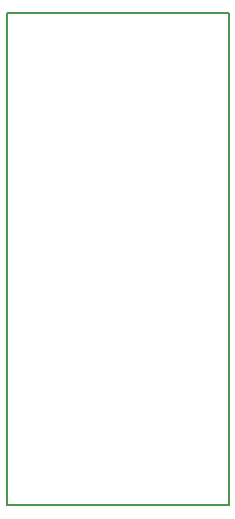
<source format=gbr>
%TF.GenerationSoftware,KiCad,Pcbnew,(6.0.10)*%
%TF.CreationDate,2022-12-29T18:40:38+01:00*%
%TF.ProjectId,DS1245Y_FRAM,44533132-3435-4595-9f46-52414d2e6b69,rev?*%
%TF.SameCoordinates,Original*%
%TF.FileFunction,Profile,NP*%
%FSLAX46Y46*%
G04 Gerber Fmt 4.6, Leading zero omitted, Abs format (unit mm)*
G04 Created by KiCad (PCBNEW (6.0.10)) date 2022-12-29 18:40:38*
%MOMM*%
%LPD*%
G01*
G04 APERTURE LIST*
%TA.AperFunction,Profile*%
%ADD10C,0.200000*%
%TD*%
G04 APERTURE END LIST*
D10*
X49530000Y-49530000D02*
X68326000Y-49530000D01*
X68326000Y-49530000D02*
X68326000Y-91186000D01*
X68326000Y-91186000D02*
X49530000Y-91186000D01*
X49530000Y-91186000D02*
X49530000Y-49530000D01*
M02*

</source>
